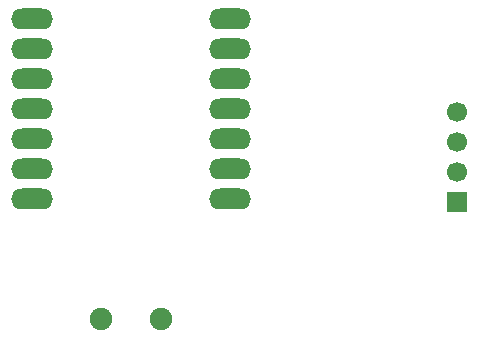
<source format=gbr>
%TF.GenerationSoftware,KiCad,Pcbnew,9.0.5*%
%TF.CreationDate,2026-02-02T17:22:04-08:00*%
%TF.ProjectId,Display device,44697370-6c61-4792-9064-65766963652e,rev?*%
%TF.SameCoordinates,Original*%
%TF.FileFunction,Soldermask,Bot*%
%TF.FilePolarity,Negative*%
%FSLAX46Y46*%
G04 Gerber Fmt 4.6, Leading zero omitted, Abs format (unit mm)*
G04 Created by KiCad (PCBNEW 9.0.5) date 2026-02-02 17:22:04*
%MOMM*%
%LPD*%
G01*
G04 APERTURE LIST*
%ADD10R,1.700000X1.700000*%
%ADD11C,1.700000*%
%ADD12O,3.556000X1.778000*%
%ADD13C,1.905000*%
G04 APERTURE END LIST*
D10*
%TO.C,J1*%
X161000000Y-96810000D03*
D11*
X161000000Y-94270000D03*
X161000000Y-91730000D03*
X161000000Y-89190000D03*
%TD*%
D12*
%TO.C,U1*%
X125013000Y-81250000D03*
X125013000Y-83790000D03*
X125013000Y-86330000D03*
X125013000Y-88870000D03*
X125013000Y-91410000D03*
X125013000Y-93950000D03*
X125013000Y-96490000D03*
X141777000Y-96490000D03*
X141777000Y-93950000D03*
X141777000Y-91410000D03*
X141777000Y-88870000D03*
X141777000Y-86330000D03*
X141777000Y-83790000D03*
X141777000Y-81250000D03*
D13*
X130855000Y-106650000D03*
X135935000Y-106650000D03*
%TD*%
M02*

</source>
